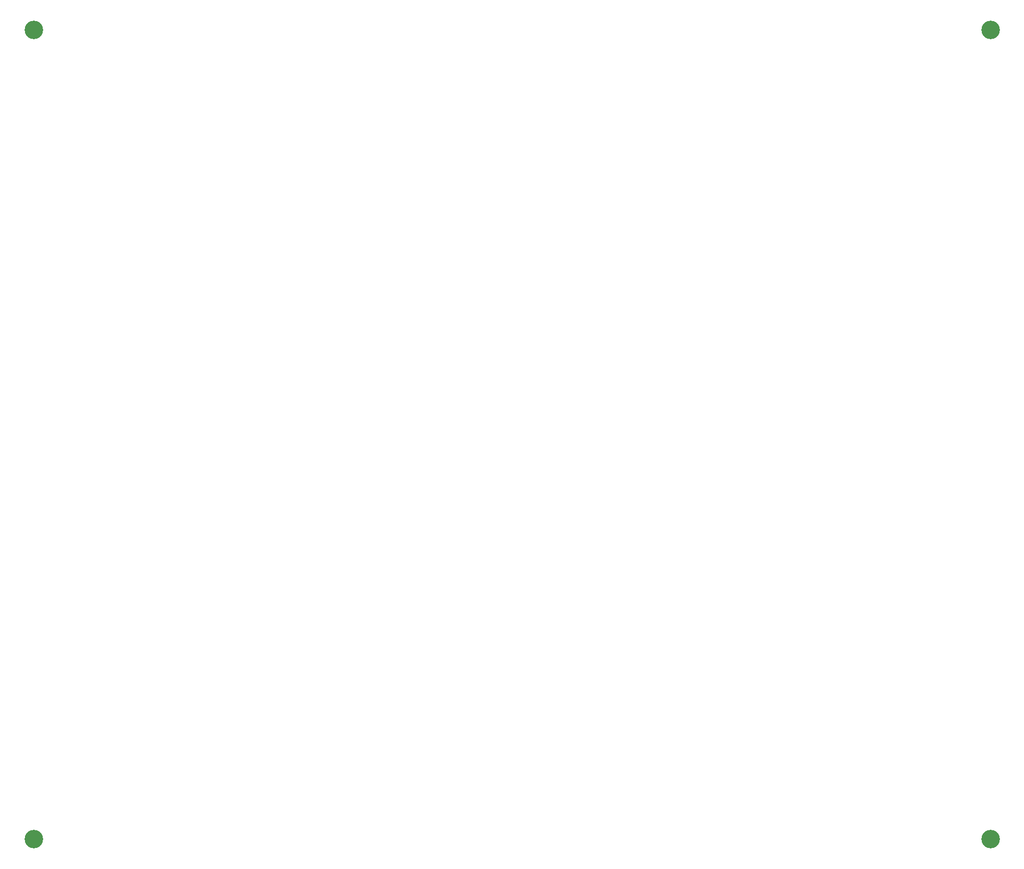
<source format=gbr>
%TF.GenerationSoftware,KiCad,Pcbnew,7.0.2*%
%TF.CreationDate,2023-07-06T23:21:11-07:00*%
%TF.ProjectId,Score-Board-Digits,53636f72-652d-4426-9f61-72642d446967,1*%
%TF.SameCoordinates,Original*%
%TF.FileFunction,NonPlated,1,2,NPTH,Drill*%
%TF.FilePolarity,Positive*%
%FSLAX46Y46*%
G04 Gerber Fmt 4.6, Leading zero omitted, Abs format (unit mm)*
G04 Created by KiCad (PCBNEW 7.0.2) date 2023-07-06 23:21:11*
%MOMM*%
%LPD*%
G01*
G04 APERTURE LIST*
%TA.AperFunction,ComponentDrill*%
%ADD10C,3.200000*%
%TD*%
G04 APERTURE END LIST*
D10*
%TO.C,H1*%
X25430000Y-22295000D03*
%TO.C,H3*%
X25430000Y-161995000D03*
%TO.C,H2*%
X190530000Y-22295000D03*
%TO.C,H4*%
X190530000Y-161995000D03*
M02*

</source>
